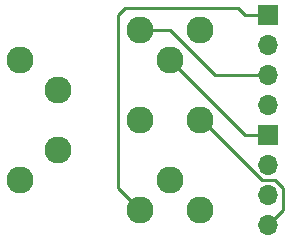
<source format=gtl>
G04 #@! TF.GenerationSoftware,KiCad,Pcbnew,(5.1.8)-1*
G04 #@! TF.CreationDate,2022-10-25T22:50:25+09:00*
G04 #@! TF.ProjectId,DIN8,44494e38-2e6b-4696-9361-645f70636258,rev?*
G04 #@! TF.SameCoordinates,PX48ab840PY9765530*
G04 #@! TF.FileFunction,Copper,L1,Top*
G04 #@! TF.FilePolarity,Positive*
%FSLAX46Y46*%
G04 Gerber Fmt 4.6, Leading zero omitted, Abs format (unit mm)*
G04 Created by KiCad (PCBNEW (5.1.8)-1) date 2022-10-25 22:50:25*
%MOMM*%
%LPD*%
G01*
G04 APERTURE LIST*
G04 #@! TA.AperFunction,ComponentPad*
%ADD10O,1.700000X1.700000*%
G04 #@! TD*
G04 #@! TA.AperFunction,ComponentPad*
%ADD11R,1.700000X1.700000*%
G04 #@! TD*
G04 #@! TA.AperFunction,ComponentPad*
%ADD12C,2.283000*%
G04 #@! TD*
G04 #@! TA.AperFunction,Conductor*
%ADD13C,0.250000*%
G04 #@! TD*
G04 APERTURE END LIST*
D10*
X23495000Y1905000D03*
X23495000Y4445000D03*
X23495000Y6985000D03*
D11*
X23495000Y9525000D03*
D10*
X23495000Y12065000D03*
X23495000Y14605000D03*
X23495000Y17145000D03*
D11*
X23495000Y19685000D03*
D12*
X5715000Y8255000D03*
X5715000Y13335000D03*
X2540000Y5715000D03*
X2540000Y15875000D03*
X17780000Y10795000D03*
X17780000Y18415000D03*
X17780000Y3175000D03*
X15240000Y15875000D03*
X15240000Y5715000D03*
X12700000Y18415000D03*
X12700000Y3175000D03*
X12700000Y10795000D03*
D13*
X17945998Y10795000D02*
X17780000Y10795000D01*
X24130000Y5715000D02*
X23025998Y5715000D01*
X24765000Y5080000D02*
X24130000Y5715000D01*
X24765000Y3175000D02*
X24765000Y5080000D01*
X23025998Y5715000D02*
X17945998Y10795000D01*
X23495000Y1905000D02*
X24765000Y3175000D01*
X15240000Y15875000D02*
X21590000Y9525000D01*
X23495000Y9525000D02*
X21590000Y9525000D01*
X23495000Y14605000D02*
X19050000Y14605000D01*
X15240000Y18415000D02*
X12700000Y18415000D01*
X19050000Y14605000D02*
X15240000Y18415000D01*
X10795000Y5080000D02*
X12700000Y3175000D01*
X10795000Y18680422D02*
X10795000Y5080000D01*
X10795000Y19685000D02*
X10795000Y18680422D01*
X11430000Y20320000D02*
X10795000Y19685000D01*
X20955000Y20320000D02*
X11430000Y20320000D01*
X21590000Y19685000D02*
X20955000Y20320000D01*
X23495000Y19685000D02*
X21590000Y19685000D01*
M02*

</source>
